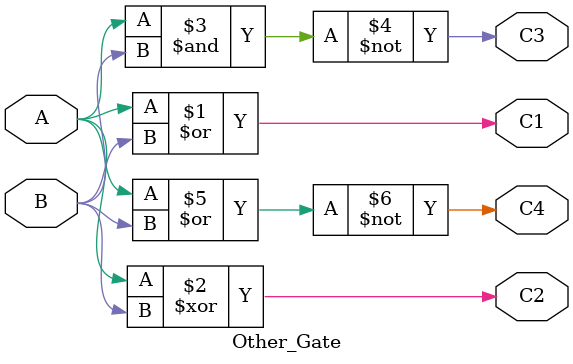
<source format=v>
module Other_Gate(A,B,C1,C2,C3,C4);

input A,B;
output C1,C2,C3,C4;

assign C1 = A | B;
assign C2 = A ^ B;
assign C3 = ~ (A&B);
assign C4 = ~ (A|B);

endmodule
</source>
